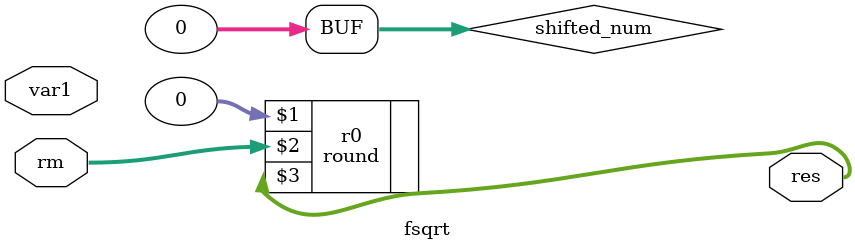
<source format=sv>
module fsqrt ( 
	input logic [31:0] var1,
	input logic [2:0] rm,
	output logic [31:0] res
);

	/*logic [31:0] num_out, temp2_out;
	
	logic [31:0] magic_number, temp_out;
	assign magic_number = 32'hBE6EB3BE;
	assign temp_out = ((magic_number - var1) >> 1);
	finv i0(temp_out, res);*/
       logic [31:0] shifted_num;
       assign shifted_num = var1 + (127 << 23);
       assign shifted_num = shifted_num >> 1;
       round r0(shifted_num, rm, res);
endmodule

</source>
